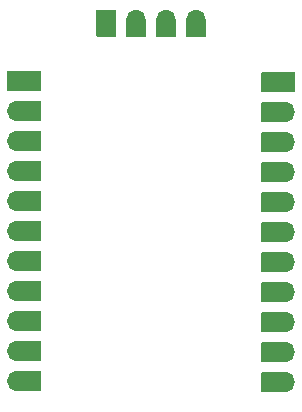
<source format=gbr>
%TF.GenerationSoftware,KiCad,Pcbnew,7.0.1*%
%TF.CreationDate,2024-01-20T21:14:23-07:00*%
%TF.ProjectId,mux_driver_v1,6d75785f-6472-4697-9665-725f76312e6b,rev?*%
%TF.SameCoordinates,Original*%
%TF.FileFunction,Soldermask,Bot*%
%TF.FilePolarity,Negative*%
%FSLAX46Y46*%
G04 Gerber Fmt 4.6, Leading zero omitted, Abs format (unit mm)*
G04 Created by KiCad (PCBNEW 7.0.1) date 2024-01-20 21:14:23*
%MOMM*%
%LPD*%
G01*
G04 APERTURE LIST*
%ADD10R,1.700000X1.700000*%
%ADD11O,1.700000X1.700000*%
G04 APERTURE END LIST*
D10*
%TO.C,J6*%
X166360000Y-75110000D03*
D11*
X166360000Y-77650000D03*
X166360000Y-80190000D03*
X166360000Y-82730000D03*
X166360000Y-85270000D03*
X166360000Y-87810000D03*
X166360000Y-90350000D03*
X166360000Y-92890000D03*
X166360000Y-95430000D03*
X166360000Y-97970000D03*
X166360000Y-100510000D03*
%TD*%
D10*
%TO.C,J4*%
X143710000Y-74990000D03*
D11*
X143710000Y-77530000D03*
X143710000Y-80070000D03*
X143710000Y-82610000D03*
X143710000Y-85150000D03*
X143710000Y-87690000D03*
X143710000Y-90230000D03*
X143710000Y-92770000D03*
X143710000Y-95310000D03*
X143710000Y-97850000D03*
X143710000Y-100390000D03*
%TD*%
D10*
%TO.C,J7*%
X151245000Y-69850000D03*
D11*
X153785000Y-69850000D03*
X156325000Y-69850000D03*
X158865000Y-69850000D03*
%TD*%
G36*
X166338000Y-74276613D02*
G01*
X166383387Y-74322000D01*
X166400000Y-74384000D01*
X166400000Y-75836000D01*
X166383387Y-75898000D01*
X166338000Y-75943387D01*
X166276000Y-75960000D01*
X164474000Y-75960000D01*
X164412000Y-75943387D01*
X164366613Y-75898000D01*
X164350000Y-75836000D01*
X164350000Y-74384000D01*
X164366613Y-74322000D01*
X164412000Y-74276613D01*
X164474000Y-74260000D01*
X166276000Y-74260000D01*
X166338000Y-74276613D01*
G37*
G36*
X166338000Y-99676613D02*
G01*
X166383387Y-99722000D01*
X166400000Y-99784000D01*
X166400000Y-101241000D01*
X166383387Y-101303000D01*
X166338000Y-101348387D01*
X166276000Y-101365000D01*
X164474000Y-101365000D01*
X164412000Y-101348387D01*
X164366613Y-101303000D01*
X164350000Y-101241000D01*
X164350000Y-99784000D01*
X164366613Y-99722000D01*
X164412000Y-99676613D01*
X164474000Y-99660000D01*
X166276000Y-99660000D01*
X166338000Y-99676613D01*
G37*
G36*
X157113000Y-69866613D02*
G01*
X157158387Y-69912000D01*
X157175000Y-69974000D01*
X157175000Y-71151000D01*
X157158387Y-71213000D01*
X157113000Y-71258387D01*
X157051000Y-71275000D01*
X155594000Y-71275000D01*
X155532000Y-71258387D01*
X155486613Y-71213000D01*
X155470000Y-71151000D01*
X155470000Y-69974000D01*
X155486613Y-69912000D01*
X155532000Y-69866613D01*
X155594000Y-69850000D01*
X157051000Y-69850000D01*
X157113000Y-69866613D01*
G37*
G36*
X166338000Y-97136613D02*
G01*
X166383387Y-97182000D01*
X166400000Y-97244000D01*
X166400000Y-98696000D01*
X166383387Y-98758000D01*
X166338000Y-98803387D01*
X166276000Y-98820000D01*
X164474000Y-98820000D01*
X164412000Y-98803387D01*
X164366613Y-98758000D01*
X164350000Y-98696000D01*
X164350000Y-97244000D01*
X164366613Y-97182000D01*
X164412000Y-97136613D01*
X164474000Y-97120000D01*
X166276000Y-97120000D01*
X166338000Y-97136613D01*
G37*
G36*
X166338000Y-79356613D02*
G01*
X166383387Y-79402000D01*
X166400000Y-79464000D01*
X166400000Y-80916000D01*
X166383387Y-80978000D01*
X166338000Y-81023387D01*
X166276000Y-81040000D01*
X164474000Y-81040000D01*
X164412000Y-81023387D01*
X164366613Y-80978000D01*
X164350000Y-80916000D01*
X164350000Y-79464000D01*
X164366613Y-79402000D01*
X164412000Y-79356613D01*
X164474000Y-79340000D01*
X166276000Y-79340000D01*
X166338000Y-79356613D01*
G37*
G36*
X166338000Y-92056613D02*
G01*
X166383387Y-92102000D01*
X166400000Y-92164000D01*
X166400000Y-93616000D01*
X166383387Y-93678000D01*
X166338000Y-93723387D01*
X166276000Y-93740000D01*
X164474000Y-93740000D01*
X164412000Y-93723387D01*
X164366613Y-93678000D01*
X164350000Y-93616000D01*
X164350000Y-92164000D01*
X164366613Y-92102000D01*
X164412000Y-92056613D01*
X164474000Y-92040000D01*
X166276000Y-92040000D01*
X166338000Y-92056613D01*
G37*
G36*
X166338000Y-81896613D02*
G01*
X166383387Y-81942000D01*
X166400000Y-82004000D01*
X166400000Y-83456000D01*
X166383387Y-83518000D01*
X166338000Y-83563387D01*
X166276000Y-83580000D01*
X164474000Y-83580000D01*
X164412000Y-83563387D01*
X164366613Y-83518000D01*
X164350000Y-83456000D01*
X164350000Y-82004000D01*
X164366613Y-81942000D01*
X164412000Y-81896613D01*
X164474000Y-81880000D01*
X166276000Y-81880000D01*
X166338000Y-81896613D01*
G37*
G36*
X154573000Y-69866613D02*
G01*
X154618387Y-69912000D01*
X154635000Y-69974000D01*
X154635000Y-71151000D01*
X154618387Y-71213000D01*
X154573000Y-71258387D01*
X154511000Y-71275000D01*
X153054000Y-71275000D01*
X152992000Y-71258387D01*
X152946613Y-71213000D01*
X152930000Y-71151000D01*
X152930000Y-69974000D01*
X152946613Y-69912000D01*
X152992000Y-69866613D01*
X153054000Y-69850000D01*
X154511000Y-69850000D01*
X154573000Y-69866613D01*
G37*
G36*
X166338000Y-86976613D02*
G01*
X166383387Y-87022000D01*
X166400000Y-87084000D01*
X166400000Y-88536000D01*
X166383387Y-88598000D01*
X166338000Y-88643387D01*
X166276000Y-88660000D01*
X164473273Y-88660000D01*
X164411484Y-88643509D01*
X164366130Y-88598421D01*
X164349275Y-88536729D01*
X164340734Y-87084729D01*
X164357103Y-87022422D01*
X164402522Y-86976735D01*
X164464732Y-86960000D01*
X166276000Y-86960000D01*
X166338000Y-86976613D01*
G37*
G36*
X166338000Y-94596613D02*
G01*
X166383387Y-94642000D01*
X166400000Y-94704000D01*
X166400000Y-96156000D01*
X166383387Y-96218000D01*
X166338000Y-96263387D01*
X166276000Y-96280000D01*
X164474000Y-96280000D01*
X164412000Y-96263387D01*
X164366613Y-96218000D01*
X164350000Y-96156000D01*
X164350000Y-94704000D01*
X164366613Y-94642000D01*
X164412000Y-94596613D01*
X164474000Y-94580000D01*
X166276000Y-94580000D01*
X166338000Y-94596613D01*
G37*
G36*
X166338000Y-76816613D02*
G01*
X166383387Y-76862000D01*
X166400000Y-76924000D01*
X166400000Y-78376000D01*
X166383387Y-78438000D01*
X166338000Y-78483387D01*
X166276000Y-78500000D01*
X164474000Y-78500000D01*
X164412000Y-78483387D01*
X164366613Y-78438000D01*
X164350000Y-78376000D01*
X164350000Y-76924000D01*
X164366613Y-76862000D01*
X164412000Y-76816613D01*
X164474000Y-76800000D01*
X166276000Y-76800000D01*
X166338000Y-76816613D01*
G37*
G36*
X152038000Y-69866613D02*
G01*
X152083387Y-69912000D01*
X152100000Y-69974000D01*
X152100000Y-71151000D01*
X152083387Y-71213000D01*
X152038000Y-71258387D01*
X151976000Y-71275000D01*
X150519000Y-71275000D01*
X150457000Y-71258387D01*
X150411613Y-71213000D01*
X150395000Y-71151000D01*
X150395000Y-69974000D01*
X150411613Y-69912000D01*
X150457000Y-69866613D01*
X150519000Y-69850000D01*
X151976000Y-69850000D01*
X152038000Y-69866613D01*
G37*
G36*
X166338000Y-89516613D02*
G01*
X166383387Y-89562000D01*
X166400000Y-89624000D01*
X166400000Y-91076000D01*
X166383387Y-91138000D01*
X166338000Y-91183387D01*
X166276000Y-91200000D01*
X164474000Y-91200000D01*
X164412000Y-91183387D01*
X164366613Y-91138000D01*
X164350000Y-91076000D01*
X164350000Y-89624000D01*
X164366613Y-89562000D01*
X164412000Y-89516613D01*
X164474000Y-89500000D01*
X166276000Y-89500000D01*
X166338000Y-89516613D01*
G37*
G36*
X166338000Y-84436613D02*
G01*
X166383387Y-84482000D01*
X166400000Y-84544000D01*
X166400000Y-85996000D01*
X166383387Y-86058000D01*
X166338000Y-86103387D01*
X166276000Y-86120000D01*
X164474000Y-86120000D01*
X164412000Y-86103387D01*
X164366613Y-86058000D01*
X164350000Y-85996000D01*
X164350000Y-84544000D01*
X164366613Y-84482000D01*
X164412000Y-84436613D01*
X164474000Y-84420000D01*
X166276000Y-84420000D01*
X166338000Y-84436613D01*
G37*
G36*
X159653000Y-69866613D02*
G01*
X159698387Y-69912000D01*
X159715000Y-69974000D01*
X159715000Y-71151000D01*
X159698387Y-71213000D01*
X159653000Y-71258387D01*
X159591000Y-71275000D01*
X158134000Y-71275000D01*
X158072000Y-71258387D01*
X158026613Y-71213000D01*
X158010000Y-71151000D01*
X158010000Y-69974000D01*
X158026613Y-69912000D01*
X158072000Y-69866613D01*
X158134000Y-69850000D01*
X159591000Y-69850000D01*
X159653000Y-69866613D01*
G37*
G36*
X145678000Y-84316613D02*
G01*
X145723387Y-84362000D01*
X145740000Y-84424000D01*
X145740000Y-85876000D01*
X145723387Y-85938000D01*
X145678000Y-85983387D01*
X145616000Y-86000000D01*
X143824000Y-86000000D01*
X143762000Y-85983387D01*
X143716613Y-85938000D01*
X143700000Y-85876000D01*
X143700000Y-84424000D01*
X143716613Y-84362000D01*
X143762000Y-84316613D01*
X143824000Y-84300000D01*
X145616000Y-84300000D01*
X145678000Y-84316613D01*
G37*
G36*
X145678000Y-86856613D02*
G01*
X145723387Y-86902000D01*
X145740000Y-86964000D01*
X145740000Y-88416000D01*
X145723387Y-88478000D01*
X145678000Y-88523387D01*
X145616000Y-88540000D01*
X143824000Y-88540000D01*
X143762000Y-88523387D01*
X143716613Y-88478000D01*
X143700000Y-88416000D01*
X143700000Y-86964000D01*
X143716613Y-86902000D01*
X143762000Y-86856613D01*
X143824000Y-86840000D01*
X145616000Y-86840000D01*
X145678000Y-86856613D01*
G37*
G36*
X145678000Y-81776613D02*
G01*
X145723387Y-81822000D01*
X145740000Y-81884000D01*
X145740000Y-83336000D01*
X145723387Y-83398000D01*
X145678000Y-83443387D01*
X145616000Y-83460000D01*
X143824000Y-83460000D01*
X143762000Y-83443387D01*
X143716613Y-83398000D01*
X143700000Y-83336000D01*
X143700000Y-81884000D01*
X143716613Y-81822000D01*
X143762000Y-81776613D01*
X143824000Y-81760000D01*
X145616000Y-81760000D01*
X145678000Y-81776613D01*
G37*
G36*
X145678000Y-94476613D02*
G01*
X145723387Y-94522000D01*
X145740000Y-94584000D01*
X145740000Y-96036000D01*
X145723387Y-96098000D01*
X145678000Y-96143387D01*
X145616000Y-96160000D01*
X143824000Y-96160000D01*
X143762000Y-96143387D01*
X143716613Y-96098000D01*
X143700000Y-96036000D01*
X143700000Y-94584000D01*
X143716613Y-94522000D01*
X143762000Y-94476613D01*
X143824000Y-94460000D01*
X145616000Y-94460000D01*
X145678000Y-94476613D01*
G37*
G36*
X145678000Y-76696613D02*
G01*
X145723387Y-76742000D01*
X145740000Y-76804000D01*
X145740000Y-78256000D01*
X145723387Y-78318000D01*
X145678000Y-78363387D01*
X145616000Y-78380000D01*
X143824000Y-78380000D01*
X143762000Y-78363387D01*
X143716613Y-78318000D01*
X143700000Y-78256000D01*
X143700000Y-76804000D01*
X143716613Y-76742000D01*
X143762000Y-76696613D01*
X143824000Y-76680000D01*
X145616000Y-76680000D01*
X145678000Y-76696613D01*
G37*
G36*
X145678000Y-91936613D02*
G01*
X145723387Y-91982000D01*
X145740000Y-92044000D01*
X145740000Y-93496000D01*
X145723387Y-93558000D01*
X145678000Y-93603387D01*
X145616000Y-93620000D01*
X143824000Y-93620000D01*
X143762000Y-93603387D01*
X143716613Y-93558000D01*
X143700000Y-93496000D01*
X143700000Y-92044000D01*
X143716613Y-91982000D01*
X143762000Y-91936613D01*
X143824000Y-91920000D01*
X145616000Y-91920000D01*
X145678000Y-91936613D01*
G37*
G36*
X145678000Y-97016613D02*
G01*
X145723387Y-97062000D01*
X145740000Y-97124000D01*
X145740000Y-98576000D01*
X145723387Y-98638000D01*
X145678000Y-98683387D01*
X145616000Y-98700000D01*
X143824000Y-98700000D01*
X143762000Y-98683387D01*
X143716613Y-98638000D01*
X143700000Y-98576000D01*
X143700000Y-97124000D01*
X143716613Y-97062000D01*
X143762000Y-97016613D01*
X143824000Y-97000000D01*
X145616000Y-97000000D01*
X145678000Y-97016613D01*
G37*
G36*
X145678000Y-99556613D02*
G01*
X145723387Y-99602000D01*
X145740000Y-99664000D01*
X145740000Y-101121000D01*
X145723387Y-101183000D01*
X145678000Y-101228387D01*
X145616000Y-101245000D01*
X143824000Y-101245000D01*
X143762000Y-101228387D01*
X143716613Y-101183000D01*
X143700000Y-101121000D01*
X143700000Y-99664000D01*
X143716613Y-99602000D01*
X143762000Y-99556613D01*
X143824000Y-99540000D01*
X145616000Y-99540000D01*
X145678000Y-99556613D01*
G37*
G36*
X145678000Y-74156613D02*
G01*
X145723387Y-74202000D01*
X145740000Y-74264000D01*
X145740000Y-75716000D01*
X145723387Y-75778000D01*
X145678000Y-75823387D01*
X145616000Y-75840000D01*
X143824000Y-75840000D01*
X143762000Y-75823387D01*
X143716613Y-75778000D01*
X143700000Y-75716000D01*
X143700000Y-74264000D01*
X143716613Y-74202000D01*
X143762000Y-74156613D01*
X143824000Y-74140000D01*
X145616000Y-74140000D01*
X145678000Y-74156613D01*
G37*
G36*
X145678000Y-79236613D02*
G01*
X145723387Y-79282000D01*
X145740000Y-79344000D01*
X145740000Y-80796000D01*
X145723387Y-80858000D01*
X145678000Y-80903387D01*
X145616000Y-80920000D01*
X143824000Y-80920000D01*
X143762000Y-80903387D01*
X143716613Y-80858000D01*
X143700000Y-80796000D01*
X143700000Y-79344000D01*
X143716613Y-79282000D01*
X143762000Y-79236613D01*
X143824000Y-79220000D01*
X145616000Y-79220000D01*
X145678000Y-79236613D01*
G37*
G36*
X145678000Y-89396613D02*
G01*
X145723387Y-89442000D01*
X145740000Y-89504000D01*
X145740000Y-90956000D01*
X145723387Y-91018000D01*
X145678000Y-91063387D01*
X145616000Y-91080000D01*
X143824000Y-91080000D01*
X143762000Y-91063387D01*
X143716613Y-91018000D01*
X143700000Y-90956000D01*
X143700000Y-89504000D01*
X143716613Y-89442000D01*
X143762000Y-89396613D01*
X143824000Y-89380000D01*
X145616000Y-89380000D01*
X145678000Y-89396613D01*
G37*
M02*

</source>
